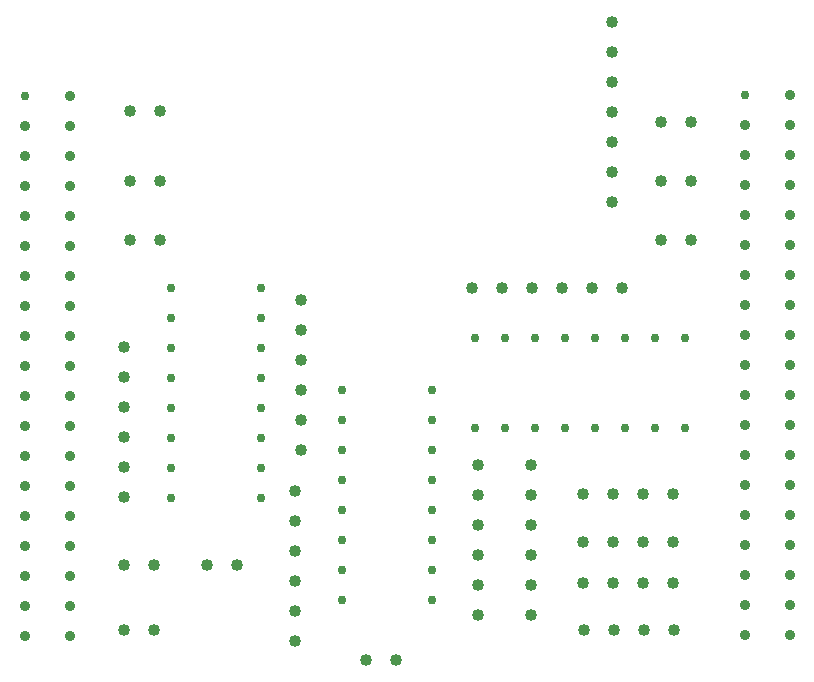
<source format=gbr>
G04 PROTEUS GERBER X2 FILE*
%TF.GenerationSoftware,Labcenter,Proteus,8.12-SP2-Build31155*%
%TF.CreationDate,2021-12-06T20:36:36+00:00*%
%TF.FileFunction,Plated,1,2,PTH*%
%TF.FilePolarity,Positive*%
%TF.Part,Single*%
%TF.SameCoordinates,{41aeb68f-70a9-4567-b6d7-def337a2806a}*%
%FSLAX45Y45*%
%MOMM*%
G01*
%TA.AperFunction,ComponentDrill*%
%ADD57C,0.762000*%
%ADD58C,0.889000*%
%TA.AperFunction,ComponentDrill*%
%ADD59C,1.016000*%
%TD.AperFunction*%
D57*
X+260000Y+4876000D03*
D58*
X+641000Y+4876000D03*
X+260000Y+4622000D03*
X+641000Y+4622000D03*
X+260000Y+4368000D03*
X+641000Y+4368000D03*
X+260000Y+4114000D03*
X+641000Y+4114000D03*
X+260000Y+3860000D03*
X+641000Y+3860000D03*
X+260000Y+3606000D03*
X+641000Y+3606000D03*
X+260000Y+3352000D03*
X+641000Y+3352000D03*
X+260000Y+3098000D03*
X+641000Y+3098000D03*
X+260000Y+2844000D03*
X+641000Y+2844000D03*
X+260000Y+2590000D03*
X+641000Y+2590000D03*
X+260000Y+2336000D03*
X+641000Y+2336000D03*
X+260000Y+2082000D03*
X+641000Y+2082000D03*
X+260000Y+1828000D03*
X+641000Y+1828000D03*
X+260000Y+1574000D03*
X+641000Y+1574000D03*
X+260000Y+1320000D03*
X+641000Y+1320000D03*
X+260000Y+1066000D03*
X+641000Y+1066000D03*
X+260000Y+812000D03*
X+641000Y+812000D03*
X+260000Y+558000D03*
X+641000Y+558000D03*
X+260000Y+304000D03*
X+641000Y+304000D03*
D57*
X+6356000Y+4880000D03*
D58*
X+6737000Y+4880000D03*
X+6356000Y+4626000D03*
X+6737000Y+4626000D03*
X+6356000Y+4372000D03*
X+6737000Y+4372000D03*
X+6356000Y+4118000D03*
X+6737000Y+4118000D03*
X+6356000Y+3864000D03*
X+6737000Y+3864000D03*
X+6356000Y+3610000D03*
X+6737000Y+3610000D03*
X+6356000Y+3356000D03*
X+6737000Y+3356000D03*
X+6356000Y+3102000D03*
X+6737000Y+3102000D03*
X+6356000Y+2848000D03*
X+6737000Y+2848000D03*
X+6356000Y+2594000D03*
X+6737000Y+2594000D03*
X+6356000Y+2340000D03*
X+6737000Y+2340000D03*
X+6356000Y+2086000D03*
X+6737000Y+2086000D03*
X+6356000Y+1832000D03*
X+6737000Y+1832000D03*
X+6356000Y+1578000D03*
X+6737000Y+1578000D03*
X+6356000Y+1324000D03*
X+6737000Y+1324000D03*
X+6356000Y+1070000D03*
X+6737000Y+1070000D03*
X+6356000Y+816000D03*
X+6737000Y+816000D03*
X+6356000Y+562000D03*
X+6737000Y+562000D03*
X+6356000Y+308000D03*
X+6737000Y+308000D03*
D57*
X+1500000Y+3250000D03*
X+1500000Y+2996000D03*
X+1500000Y+2742000D03*
X+1500000Y+2488000D03*
X+1500000Y+2234000D03*
X+1500000Y+1980000D03*
X+1500000Y+1726000D03*
X+1500000Y+1472000D03*
X+2262000Y+1472000D03*
X+2262000Y+1726000D03*
X+2262000Y+1980000D03*
X+2262000Y+2234000D03*
X+2262000Y+2488000D03*
X+2262000Y+2742000D03*
X+2262000Y+2996000D03*
X+2262000Y+3250000D03*
X+2950000Y+2380000D03*
X+2950000Y+2126000D03*
X+2950000Y+1872000D03*
X+2950000Y+1618000D03*
X+2950000Y+1364000D03*
X+2950000Y+1110000D03*
X+2950000Y+856000D03*
X+2950000Y+602000D03*
X+3712000Y+602000D03*
X+3712000Y+856000D03*
X+3712000Y+1110000D03*
X+3712000Y+1364000D03*
X+3712000Y+1618000D03*
X+3712000Y+1872000D03*
X+3712000Y+2126000D03*
X+3712000Y+2380000D03*
D59*
X+5750000Y+1500000D03*
X+5496000Y+1500000D03*
X+5242000Y+1500000D03*
X+4988000Y+1500000D03*
X+5230000Y+5500000D03*
X+5230000Y+5246000D03*
X+5230000Y+4992000D03*
X+5230000Y+4738000D03*
X+5230000Y+4484000D03*
X+5230000Y+4230000D03*
X+5230000Y+3976000D03*
X+5750000Y+750000D03*
X+5496000Y+750000D03*
X+5242000Y+750000D03*
X+4988000Y+750000D03*
X+5750000Y+1100000D03*
X+5496000Y+1100000D03*
X+5242000Y+1100000D03*
X+4988000Y+1100000D03*
X+4050000Y+3250000D03*
X+4304000Y+3250000D03*
X+4558000Y+3250000D03*
X+4812000Y+3250000D03*
X+5066000Y+3250000D03*
X+5320000Y+3250000D03*
X+4550000Y+1750000D03*
X+4550000Y+1496000D03*
X+4550000Y+1242000D03*
X+4550000Y+988000D03*
X+4550000Y+734000D03*
X+4550000Y+480000D03*
X+2600000Y+3150000D03*
X+2600000Y+2896000D03*
X+2600000Y+2642000D03*
X+2600000Y+2388000D03*
X+2600000Y+2134000D03*
X+2600000Y+1880000D03*
X+1100000Y+2750000D03*
X+1100000Y+2496000D03*
X+1100000Y+2242000D03*
X+1100000Y+1988000D03*
X+1100000Y+1734000D03*
X+1100000Y+1480000D03*
X+4100000Y+1750000D03*
X+4100000Y+1496000D03*
X+4100000Y+1242000D03*
X+4100000Y+988000D03*
X+4100000Y+734000D03*
X+4100000Y+480000D03*
X+2550000Y+1530000D03*
X+2550000Y+1276000D03*
X+2550000Y+1022000D03*
X+2550000Y+768000D03*
X+2550000Y+514000D03*
X+2550000Y+260000D03*
X+3150000Y+100000D03*
X+3404000Y+100000D03*
X+5000000Y+350000D03*
X+5254000Y+350000D03*
X+5508000Y+350000D03*
X+5762000Y+350000D03*
D57*
X+4074000Y+2062000D03*
X+4328000Y+2062000D03*
X+4582000Y+2062000D03*
X+4836000Y+2062000D03*
X+5090000Y+2062000D03*
X+5344000Y+2062000D03*
X+5598000Y+2062000D03*
X+5852000Y+2062000D03*
X+5852000Y+2824000D03*
X+5598000Y+2824000D03*
X+5344000Y+2824000D03*
X+5090000Y+2824000D03*
X+4836000Y+2824000D03*
X+4582000Y+2824000D03*
X+4328000Y+2824000D03*
X+4074000Y+2824000D03*
D59*
X+1150000Y+3650000D03*
X+1404000Y+3650000D03*
X+1150000Y+4150000D03*
X+1404000Y+4150000D03*
X+1150000Y+4750000D03*
X+1404000Y+4750000D03*
X+1100000Y+900000D03*
X+1354000Y+900000D03*
X+1100000Y+350000D03*
X+1354000Y+350000D03*
X+1800000Y+900000D03*
X+2054000Y+900000D03*
X+5650000Y+4650000D03*
X+5904000Y+4650000D03*
X+5650000Y+4150000D03*
X+5904000Y+4150000D03*
X+5650000Y+3650000D03*
X+5904000Y+3650000D03*
M02*

</source>
